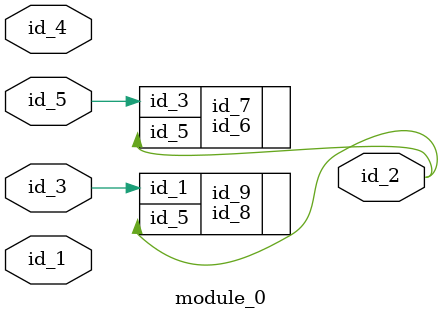
<source format=v>
module module_0 (
    id_1,
    id_2,
    id_3,
    id_4,
    id_5
);
  input id_5;
  input id_4;
  input id_3;
  output id_2;
  input id_1;
  id_6 id_7 (
      .id_5(id_2),
      .id_3(id_5)
  );
  id_8 id_9 (
      .id_5(id_2),
      .id_1(id_3)
  );
endmodule

</source>
